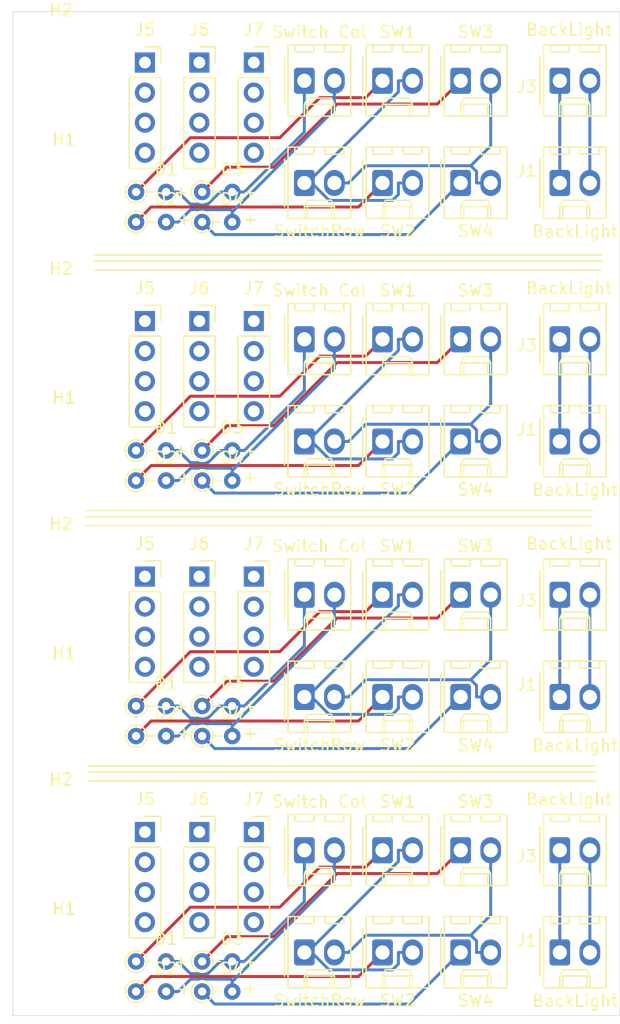
<source format=kicad_pcb>
(kicad_pcb (version 20171130) (host pcbnew "(5.1.5-0-10_14)")
  (layers (0 F.Cu signal) (31 B.Cu signal) (34 B.Paste user) (35 F.Paste user) (36 B.SilkS user) (37 F.SilkS user) (38 B.Mask user) (39 F.Mask user) (44 Edge.Cuts user))
  (net 0 "")
  (net 1 "Net-(D1-Pad2)")
  (net 2 "Net-(D1-Pad1)")
  (net 3 "Net-(D2-Pad2)")
  (net 4 "Net-(D3-Pad1)")
  (net 5 "Net-(J1-Pad2)")
  (net 6 "Net-(J1-Pad1)")
  (net 7 "Net-(J5-Pad4)")
  (net 8 "Net-(J5-Pad3)")
  (net 9 "Net-(J5-Pad2)")
  (net 10 "Net-(J5-Pad1)")
  (net 11 "Net-(J6-Pad4)")
  (net 12 "Net-(J6-Pad3)")
  (net 13 "Net-(J6-Pad2)")
  (net 14 "Net-(J6-Pad1)")
  (net 15 "Net-(J7-Pad4)")
  (net 16 "Net-(J7-Pad3)")
  (net 17 "Net-(J7-Pad2)")
  (net 18 "Net-(J7-Pad1)")
  (net 19 "Net-(D2-Pad1)")
  (net 20 "Net-(D4-Pad1)")
  (net 21 "Net-(J10-Pad2)")
  (net 22 "Net-(J4-Pad1)")
  (module PT_Library_v001:PT_R_Axial_DIN0204_L3.6mm_D1.6mm_P2.54mm_Vertical (layer F.Cu) (at 117.094 87.884)
    (fp_text reference D4 (at 2.54 -1.92) (layer F.SilkS))
    (fp_text value 1N4148)
    (pad 1 thru_hole circle (at 0 0) (size 1.4 1.4) (drill 0.7) (layers *.Cu *.Mask) (net 20 "Net-(D4-Pad1)"))
    (pad 2 thru_hole oval (at 2.54 0) (size 1.4 1.4) (drill 0.7) (layers *.Cu *.Mask) (net 3 "Net-(D2-Pad2)"))
  )
  (module PT_Library_v001:PT_R_Axial_DIN0204_L3.6mm_D1.6mm_P2.54mm_Vertical (layer F.Cu) (at 117.094 85.344)
    (fp_text reference D3 (at 2.54 -1.92) (layer F.SilkS))
    (fp_text value 1N4148)
    (pad 1 thru_hole circle (at 0 0) (size 1.4 1.4) (drill 0.7) (layers *.Cu *.Mask) (net 4 "Net-(D3-Pad1)"))
    (pad 2 thru_hole oval (at 2.54 0) (size 1.4 1.4) (drill 0.7) (layers *.Cu *.Mask) (net 1 "Net-(D1-Pad2)"))
  )
  (module PT_Library_v001:PT_R_Axial_DIN0204_L3.6mm_D1.6mm_P2.54mm_Vertical (layer F.Cu) (at 111.506 87.884)
    (fp_text reference D2 (at 2.54 -1.92) (layer F.SilkS))
    (fp_text value 1N4148)
    (pad 1 thru_hole circle (at 0 0) (size 1.4 1.4) (drill 0.7) (layers *.Cu *.Mask) (net 19 "Net-(D2-Pad1)"))
    (pad 2 thru_hole oval (at 2.54 0) (size 1.4 1.4) (drill 0.7) (layers *.Cu *.Mask) (net 3 "Net-(D2-Pad2)"))
  )
  (module PT_Library_v001:PT_R_Axial_DIN0204_L3.6mm_D1.6mm_P2.54mm_Vertical (layer F.Cu) (at 111.506 85.344)
    (fp_text reference D1 (at 2.54 -1.92) (layer F.SilkS))
    (fp_text value 1N4148)
    (pad 1 thru_hole circle (at 0 0) (size 1.4 1.4) (drill 0.7) (layers *.Cu *.Mask) (net 2 "Net-(D1-Pad1)"))
    (pad 2 thru_hole oval (at 2.54 0) (size 1.4 1.4) (drill 0.7) (layers *.Cu *.Mask) (net 1 "Net-(D1-Pad2)"))
  )
  (module PT_Library_v001:Molex_1x02_P2.54mm_Vertical (layer F.Cu) (at 138.938 84.582)
    (fp_text reference SW4 (at 1.27 4.064) (layer F.SilkS))
    (fp_text value SW4)
    (pad 2 thru_hole oval (at 2.54 0) (size 1.74 2.2) (drill 1.2) (layers *.Cu *.Mask) (net 21 "Net-(J10-Pad2)"))
    (pad 1 thru_hole roundrect (at 0 0) (size 1.74 2.2) (drill 1.2) (layers *.Cu *.Mask) (roundrect_rratio 0.143678) (net 20 "Net-(D4-Pad1)"))
  )
  (module PT_Library_v001:Molex_1x02_P2.54mm_Vertical (layer F.Cu) (at 138.938 75.946)
    (fp_text reference SW3 (at 1.27 -4.12) (layer F.SilkS))
    (fp_text value SW3)
    (pad 2 thru_hole oval (at 2.54 0) (size 1.74 2.2) (drill 1.2) (layers *.Cu *.Mask) (net 21 "Net-(J10-Pad2)"))
    (pad 1 thru_hole roundrect (at 0 0) (size 1.74 2.2) (drill 1.2) (layers *.Cu *.Mask) (roundrect_rratio 0.143678) (net 4 "Net-(D3-Pad1)"))
  )
  (module PT_Library_v001:Molex_1x02_P2.54mm_Vertical (layer F.Cu) (at 132.334 84.582)
    (fp_text reference SW2 (at 1.27 4.064) (layer F.SilkS))
    (fp_text value SW2)
    (pad 2 thru_hole oval (at 2.54 0) (size 1.74 2.2) (drill 1.2) (layers *.Cu *.Mask) (net 22 "Net-(J4-Pad1)"))
    (pad 1 thru_hole roundrect (at 0 0) (size 1.74 2.2) (drill 1.2) (layers *.Cu *.Mask) (roundrect_rratio 0.143678) (net 19 "Net-(D2-Pad1)"))
  )
  (module PT_Library_v001:Molex_1x02_P2.54mm_Vertical (layer F.Cu) (at 132.334 75.946)
    (fp_text reference SW1 (at 1.27 -4.12) (layer F.SilkS))
    (fp_text value SW1)
    (pad 2 thru_hole oval (at 2.54 0) (size 1.74 2.2) (drill 1.2) (layers *.Cu *.Mask) (net 22 "Net-(J4-Pad1)"))
    (pad 1 thru_hole roundrect (at 0 0) (size 1.74 2.2) (drill 1.2) (layers *.Cu *.Mask) (roundrect_rratio 0.143678) (net 2 "Net-(D1-Pad1)"))
  )
  (module Connector_PinSocket_2.54mm:PinSocket_1x04_P2.54mm_Vertical (layer F.Cu) (at 121.456 74.406)
    (fp_text reference J7 (at 0 -2.77) (layer F.SilkS))
    (fp_text value Conn_01x04_Female)
    (pad 4 thru_hole oval (at 0 7.62) (size 1.7 1.7) (drill 1) (layers *.Cu *.Mask) (net 15 "Net-(J7-Pad4)"))
    (pad 3 thru_hole oval (at 0 5.08) (size 1.7 1.7) (drill 1) (layers *.Cu *.Mask) (net 16 "Net-(J7-Pad3)"))
    (pad 2 thru_hole oval (at 0 2.54) (size 1.7 1.7) (drill 1) (layers *.Cu *.Mask) (net 17 "Net-(J7-Pad2)"))
    (pad 1 thru_hole rect (at 0 0) (size 1.7 1.7) (drill 1) (layers *.Cu *.Mask) (net 18 "Net-(J7-Pad1)"))
  )
  (module Connector_PinSocket_2.54mm:PinSocket_1x04_P2.54mm_Vertical (layer F.Cu) (at 116.856 74.406)
    (fp_text reference J6 (at 0 -2.77) (layer F.SilkS))
    (fp_text value Conn_01x04_Female)
    (pad 4 thru_hole oval (at 0 7.62) (size 1.7 1.7) (drill 1) (layers *.Cu *.Mask) (net 11 "Net-(J6-Pad4)"))
    (pad 3 thru_hole oval (at 0 5.08) (size 1.7 1.7) (drill 1) (layers *.Cu *.Mask) (net 12 "Net-(J6-Pad3)"))
    (pad 2 thru_hole oval (at 0 2.54) (size 1.7 1.7) (drill 1) (layers *.Cu *.Mask) (net 13 "Net-(J6-Pad2)"))
    (pad 1 thru_hole rect (at 0 0) (size 1.7 1.7) (drill 1) (layers *.Cu *.Mask) (net 14 "Net-(J6-Pad1)"))
  )
  (module Connector_PinSocket_2.54mm:PinSocket_1x04_P2.54mm_Vertical (layer F.Cu) (at 112.256 74.406)
    (fp_text reference J5 (at 0 -2.77) (layer F.SilkS))
    (fp_text value Conn_01x04_Female)
    (pad 4 thru_hole oval (at 0 7.62) (size 1.7 1.7) (drill 1) (layers *.Cu *.Mask) (net 7 "Net-(J5-Pad4)"))
    (pad 3 thru_hole oval (at 0 5.08) (size 1.7 1.7) (drill 1) (layers *.Cu *.Mask) (net 8 "Net-(J5-Pad3)"))
    (pad 2 thru_hole oval (at 0 2.54) (size 1.7 1.7) (drill 1) (layers *.Cu *.Mask) (net 9 "Net-(J5-Pad2)"))
    (pad 1 thru_hole rect (at 0 0) (size 1.7 1.7) (drill 1) (layers *.Cu *.Mask) (net 10 "Net-(J5-Pad1)"))
  )
  (module PT_Library_v001:Molex_1x02_P2.54mm_Vertical (layer F.Cu) (at 125.73 84.582)
    (fp_text reference SwitchRow (at 1.27 4.064) (layer F.SilkS))
    (fp_text value SwitchRow)
    (pad 2 thru_hole oval (at 2.54 0) (size 1.74 2.2) (drill 1.2) (layers *.Cu *.Mask) (net 21 "Net-(J10-Pad2)"))
    (pad 1 thru_hole roundrect (at 0 0) (size 1.74 2.2) (drill 1.2) (layers *.Cu *.Mask) (roundrect_rratio 0.143678) (net 22 "Net-(J4-Pad1)"))
  )
  (module PT_Library_v001:Molex_1x02_P2.54mm_Vertical (layer F.Cu) (at 147.32 75.946)
    (fp_text reference J3 (at -2.794 0.508) (layer F.SilkS))
    (fp_text value BackLight (at 0.762 -4.318) (layer F.SilkS))
    (pad 2 thru_hole oval (at 2.54 0) (size 1.74 2.2) (drill 1.2) (layers *.Cu *.Mask) (net 5 "Net-(J1-Pad2)"))
    (pad 1 thru_hole roundrect (at 0 0) (size 1.74 2.2) (drill 1.2) (layers *.Cu *.Mask) (roundrect_rratio 0.143678) (net 6 "Net-(J1-Pad1)"))
  )
  (module PT_Library_v001:Molex_1x02_P2.54mm_Vertical (layer F.Cu) (at 125.73 75.946)
    (fp_text reference "Switch Col" (at 1.27 -4.12) (layer F.SilkS))
    (fp_text value SwitchCol)
    (pad 2 thru_hole oval (at 2.54 0) (size 1.74 2.2) (drill 1.2) (layers *.Cu *.Mask) (net 3 "Net-(D2-Pad2)"))
    (pad 1 thru_hole roundrect (at 0 0) (size 1.74 2.2) (drill 1.2) (layers *.Cu *.Mask) (roundrect_rratio 0.143678) (net 1 "Net-(D1-Pad2)"))
  )
  (module PT_Library_v001:Molex_1x02_P2.54mm_Vertical (layer F.Cu) (at 147.32 84.582)
    (fp_text reference J1 (at -2.794 -1.016) (layer F.SilkS))
    (fp_text value BackLight (at 1.27 4.08) (layer F.SilkS))
    (pad 2 thru_hole oval (at 2.54 0) (size 1.74 2.2) (drill 1.2) (layers *.Cu *.Mask) (net 5 "Net-(J1-Pad2)"))
    (pad 1 thru_hole roundrect (at 0 0) (size 1.74 2.2) (drill 1.2) (layers *.Cu *.Mask) (roundrect_rratio 0.143678) (net 6 "Net-(J1-Pad1)"))
  )
  (module MountingHole:MountingHole_3.2mm_M3 (layer F.Cu) (at 105.156 74.168)
    (fp_text reference H2 (at 0 -4.2) (layer F.SilkS))
    (fp_text value MountingHole)
    (pad 1 np_thru_hole circle (at 0 0) (size 3.2 3.2) (drill 3.2) (layers *.Cu *.Mask))
  )
  (module MountingHole:MountingHole_3.2mm_M3 (layer F.Cu) (at 105.41 85.09)
    (fp_text reference H1 (at 0 -4.2) (layer F.SilkS))
    (fp_text value MountingHole)
    (pad 1 np_thru_hole circle (at 0 0) (size 3.2 3.2) (drill 3.2) (layers *.Cu *.Mask))
  )
  (module PT_Library_v001:PT_R_Axial_DIN0204_L3.6mm_D1.6mm_P2.54mm_Vertical (layer F.Cu) (at 117.094 109.728)
    (fp_text reference D4 (at 2.54 -1.92) (layer F.SilkS))
    (fp_text value 1N4148)
    (pad 1 thru_hole circle (at 0 0) (size 1.4 1.4) (drill 0.7) (layers *.Cu *.Mask) (net 20 "Net-(D4-Pad1)"))
    (pad 2 thru_hole oval (at 2.54 0) (size 1.4 1.4) (drill 0.7) (layers *.Cu *.Mask) (net 3 "Net-(D2-Pad2)"))
  )
  (module PT_Library_v001:PT_R_Axial_DIN0204_L3.6mm_D1.6mm_P2.54mm_Vertical (layer F.Cu) (at 117.094 107.188)
    (fp_text reference D3 (at 2.54 -1.92) (layer F.SilkS))
    (fp_text value 1N4148)
    (pad 1 thru_hole circle (at 0 0) (size 1.4 1.4) (drill 0.7) (layers *.Cu *.Mask) (net 4 "Net-(D3-Pad1)"))
    (pad 2 thru_hole oval (at 2.54 0) (size 1.4 1.4) (drill 0.7) (layers *.Cu *.Mask) (net 1 "Net-(D1-Pad2)"))
  )
  (module PT_Library_v001:PT_R_Axial_DIN0204_L3.6mm_D1.6mm_P2.54mm_Vertical (layer F.Cu) (at 111.506 109.728)
    (fp_text reference D2 (at 2.54 -1.92) (layer F.SilkS))
    (fp_text value 1N4148)
    (pad 1 thru_hole circle (at 0 0) (size 1.4 1.4) (drill 0.7) (layers *.Cu *.Mask) (net 19 "Net-(D2-Pad1)"))
    (pad 2 thru_hole oval (at 2.54 0) (size 1.4 1.4) (drill 0.7) (layers *.Cu *.Mask) (net 3 "Net-(D2-Pad2)"))
  )
  (module PT_Library_v001:PT_R_Axial_DIN0204_L3.6mm_D1.6mm_P2.54mm_Vertical (layer F.Cu) (at 111.506 107.188)
    (fp_text reference D1 (at 2.54 -1.92) (layer F.SilkS))
    (fp_text value 1N4148)
    (pad 1 thru_hole circle (at 0 0) (size 1.4 1.4) (drill 0.7) (layers *.Cu *.Mask) (net 2 "Net-(D1-Pad1)"))
    (pad 2 thru_hole oval (at 2.54 0) (size 1.4 1.4) (drill 0.7) (layers *.Cu *.Mask) (net 1 "Net-(D1-Pad2)"))
  )
  (module PT_Library_v001:Molex_1x02_P2.54mm_Vertical (layer F.Cu) (at 138.938 106.426)
    (fp_text reference SW4 (at 1.27 4.064) (layer F.SilkS))
    (fp_text value SW4)
    (pad 2 thru_hole oval (at 2.54 0) (size 1.74 2.2) (drill 1.2) (layers *.Cu *.Mask) (net 21 "Net-(J10-Pad2)"))
    (pad 1 thru_hole roundrect (at 0 0) (size 1.74 2.2) (drill 1.2) (layers *.Cu *.Mask) (roundrect_rratio 0.143678) (net 20 "Net-(D4-Pad1)"))
  )
  (module PT_Library_v001:Molex_1x02_P2.54mm_Vertical (layer F.Cu) (at 138.938 97.79)
    (fp_text reference SW3 (at 1.27 -4.12) (layer F.SilkS))
    (fp_text value SW3)
    (pad 2 thru_hole oval (at 2.54 0) (size 1.74 2.2) (drill 1.2) (layers *.Cu *.Mask) (net 21 "Net-(J10-Pad2)"))
    (pad 1 thru_hole roundrect (at 0 0) (size 1.74 2.2) (drill 1.2) (layers *.Cu *.Mask) (roundrect_rratio 0.143678) (net 4 "Net-(D3-Pad1)"))
  )
  (module PT_Library_v001:Molex_1x02_P2.54mm_Vertical (layer F.Cu) (at 132.334 106.426)
    (fp_text reference SW2 (at 1.27 4.064) (layer F.SilkS))
    (fp_text value SW2)
    (pad 2 thru_hole oval (at 2.54 0) (size 1.74 2.2) (drill 1.2) (layers *.Cu *.Mask) (net 22 "Net-(J4-Pad1)"))
    (pad 1 thru_hole roundrect (at 0 0) (size 1.74 2.2) (drill 1.2) (layers *.Cu *.Mask) (roundrect_rratio 0.143678) (net 19 "Net-(D2-Pad1)"))
  )
  (module PT_Library_v001:Molex_1x02_P2.54mm_Vertical (layer F.Cu) (at 132.334 97.79)
    (fp_text reference SW1 (at 1.27 -4.12) (layer F.SilkS))
    (fp_text value SW1)
    (pad 2 thru_hole oval (at 2.54 0) (size 1.74 2.2) (drill 1.2) (layers *.Cu *.Mask) (net 22 "Net-(J4-Pad1)"))
    (pad 1 thru_hole roundrect (at 0 0) (size 1.74 2.2) (drill 1.2) (layers *.Cu *.Mask) (roundrect_rratio 0.143678) (net 2 "Net-(D1-Pad1)"))
  )
  (module Connector_PinSocket_2.54mm:PinSocket_1x04_P2.54mm_Vertical (layer F.Cu) (at 121.456 96.25)
    (fp_text reference J7 (at 0 -2.77) (layer F.SilkS))
    (fp_text value Conn_01x04_Female)
    (pad 4 thru_hole oval (at 0 7.62) (size 1.7 1.7) (drill 1) (layers *.Cu *.Mask) (net 15 "Net-(J7-Pad4)"))
    (pad 3 thru_hole oval (at 0 5.08) (size 1.7 1.7) (drill 1) (layers *.Cu *.Mask) (net 16 "Net-(J7-Pad3)"))
    (pad 2 thru_hole oval (at 0 2.54) (size 1.7 1.7) (drill 1) (layers *.Cu *.Mask) (net 17 "Net-(J7-Pad2)"))
    (pad 1 thru_hole rect (at 0 0) (size 1.7 1.7) (drill 1) (layers *.Cu *.Mask) (net 18 "Net-(J7-Pad1)"))
  )
  (module Connector_PinSocket_2.54mm:PinSocket_1x04_P2.54mm_Vertical (layer F.Cu) (at 116.856 96.25)
    (fp_text reference J6 (at 0 -2.77) (layer F.SilkS))
    (fp_text value Conn_01x04_Female)
    (pad 4 thru_hole oval (at 0 7.62) (size 1.7 1.7) (drill 1) (layers *.Cu *.Mask) (net 11 "Net-(J6-Pad4)"))
    (pad 3 thru_hole oval (at 0 5.08) (size 1.7 1.7) (drill 1) (layers *.Cu *.Mask) (net 12 "Net-(J6-Pad3)"))
    (pad 2 thru_hole oval (at 0 2.54) (size 1.7 1.7) (drill 1) (layers *.Cu *.Mask) (net 13 "Net-(J6-Pad2)"))
    (pad 1 thru_hole rect (at 0 0) (size 1.7 1.7) (drill 1) (layers *.Cu *.Mask) (net 14 "Net-(J6-Pad1)"))
  )
  (module Connector_PinSocket_2.54mm:PinSocket_1x04_P2.54mm_Vertical (layer F.Cu) (at 112.256 96.25)
    (fp_text reference J5 (at 0 -2.77) (layer F.SilkS))
    (fp_text value Conn_01x04_Female)
    (pad 4 thru_hole oval (at 0 7.62) (size 1.7 1.7) (drill 1) (layers *.Cu *.Mask) (net 7 "Net-(J5-Pad4)"))
    (pad 3 thru_hole oval (at 0 5.08) (size 1.7 1.7) (drill 1) (layers *.Cu *.Mask) (net 8 "Net-(J5-Pad3)"))
    (pad 2 thru_hole oval (at 0 2.54) (size 1.7 1.7) (drill 1) (layers *.Cu *.Mask) (net 9 "Net-(J5-Pad2)"))
    (pad 1 thru_hole rect (at 0 0) (size 1.7 1.7) (drill 1) (layers *.Cu *.Mask) (net 10 "Net-(J5-Pad1)"))
  )
  (module PT_Library_v001:Molex_1x02_P2.54mm_Vertical (layer F.Cu) (at 125.73 106.426)
    (fp_text reference SwitchRow (at 1.27 4.064) (layer F.SilkS))
    (fp_text value SwitchRow)
    (pad 2 thru_hole oval (at 2.54 0) (size 1.74 2.2) (drill 1.2) (layers *.Cu *.Mask) (net 21 "Net-(J10-Pad2)"))
    (pad 1 thru_hole roundrect (at 0 0) (size 1.74 2.2) (drill 1.2) (layers *.Cu *.Mask) (roundrect_rratio 0.143678) (net 22 "Net-(J4-Pad1)"))
  )
  (module PT_Library_v001:Molex_1x02_P2.54mm_Vertical (layer F.Cu) (at 147.32 97.79)
    (fp_text reference J3 (at -2.794 0.508) (layer F.SilkS))
    (fp_text value BackLight (at 0.762 -4.318) (layer F.SilkS))
    (pad 2 thru_hole oval (at 2.54 0) (size 1.74 2.2) (drill 1.2) (layers *.Cu *.Mask) (net 5 "Net-(J1-Pad2)"))
    (pad 1 thru_hole roundrect (at 0 0) (size 1.74 2.2) (drill 1.2) (layers *.Cu *.Mask) (roundrect_rratio 0.143678) (net 6 "Net-(J1-Pad1)"))
  )
  (module PT_Library_v001:Molex_1x02_P2.54mm_Vertical (layer F.Cu) (at 125.73 97.79)
    (fp_text reference "Switch Col" (at 1.27 -4.12) (layer F.SilkS))
    (fp_text value SwitchCol)
    (pad 2 thru_hole oval (at 2.54 0) (size 1.74 2.2) (drill 1.2) (layers *.Cu *.Mask) (net 3 "Net-(D2-Pad2)"))
    (pad 1 thru_hole roundrect (at 0 0) (size 1.74 2.2) (drill 1.2) (layers *.Cu *.Mask) (roundrect_rratio 0.143678) (net 1 "Net-(D1-Pad2)"))
  )
  (module PT_Library_v001:Molex_1x02_P2.54mm_Vertical (layer F.Cu) (at 147.32 106.426)
    (fp_text reference J1 (at -2.794 -1.016) (layer F.SilkS))
    (fp_text value BackLight (at 1.27 4.08) (layer F.SilkS))
    (pad 2 thru_hole oval (at 2.54 0) (size 1.74 2.2) (drill 1.2) (layers *.Cu *.Mask) (net 5 "Net-(J1-Pad2)"))
    (pad 1 thru_hole roundrect (at 0 0) (size 1.74 2.2) (drill 1.2) (layers *.Cu *.Mask) (roundrect_rratio 0.143678) (net 6 "Net-(J1-Pad1)"))
  )
  (module MountingHole:MountingHole_3.2mm_M3 (layer F.Cu) (at 105.156 96.012)
    (fp_text reference H2 (at 0 -4.2) (layer F.SilkS))
    (fp_text value MountingHole)
    (pad 1 np_thru_hole circle (at 0 0) (size 3.2 3.2) (drill 3.2) (layers *.Cu *.Mask))
  )
  (module MountingHole:MountingHole_3.2mm_M3 (layer F.Cu) (at 105.41 106.934)
    (fp_text reference H1 (at 0 -4.2) (layer F.SilkS))
    (fp_text value MountingHole)
    (pad 1 np_thru_hole circle (at 0 0) (size 3.2 3.2) (drill 3.2) (layers *.Cu *.Mask))
  )
  (module PT_Library_v001:PT_R_Axial_DIN0204_L3.6mm_D1.6mm_P2.54mm_Vertical (layer F.Cu) (at 117.094 131.318)
    (fp_text reference D4 (at 2.54 -1.92) (layer F.SilkS))
    (fp_text value 1N4148)
    (pad 1 thru_hole circle (at 0 0) (size 1.4 1.4) (drill 0.7) (layers *.Cu *.Mask) (net 20 "Net-(D4-Pad1)"))
    (pad 2 thru_hole oval (at 2.54 0) (size 1.4 1.4) (drill 0.7) (layers *.Cu *.Mask) (net 3 "Net-(D2-Pad2)"))
  )
  (module PT_Library_v001:PT_R_Axial_DIN0204_L3.6mm_D1.6mm_P2.54mm_Vertical (layer F.Cu) (at 117.094 128.778)
    (fp_text reference D3 (at 2.54 -1.92) (layer F.SilkS))
    (fp_text value 1N4148)
    (pad 1 thru_hole circle (at 0 0) (size 1.4 1.4) (drill 0.7) (layers *.Cu *.Mask) (net 4 "Net-(D3-Pad1)"))
    (pad 2 thru_hole oval (at 2.54 0) (size 1.4 1.4) (drill 0.7) (layers *.Cu *.Mask) (net 1 "Net-(D1-Pad2)"))
  )
  (module PT_Library_v001:PT_R_Axial_DIN0204_L3.6mm_D1.6mm_P2.54mm_Vertical (layer F.Cu) (at 111.506 131.318)
    (fp_text reference D2 (at 2.54 -1.92) (layer F.SilkS))
    (fp_text value 1N4148)
    (pad 1 thru_hole circle (at 0 0) (size 1.4 1.4) (drill 0.7) (layers *.Cu *.Mask) (net 19 "Net-(D2-Pad1)"))
    (pad 2 thru_hole oval (at 2.54 0) (size 1.4 1.4) (drill 0.7) (layers *.Cu *.Mask) (net 3 "Net-(D2-Pad2)"))
  )
  (module PT_Library_v001:PT_R_Axial_DIN0204_L3.6mm_D1.6mm_P2.54mm_Vertical (layer F.Cu) (at 111.506 128.778)
    (fp_text reference D1 (at 2.54 -1.92) (layer F.SilkS))
    (fp_text value 1N4148)
    (pad 1 thru_hole circle (at 0 0) (size 1.4 1.4) (drill 0.7) (layers *.Cu *.Mask) (net 2 "Net-(D1-Pad1)"))
    (pad 2 thru_hole oval (at 2.54 0) (size 1.4 1.4) (drill 0.7) (layers *.Cu *.Mask) (net 1 "Net-(D1-Pad2)"))
  )
  (module PT_Library_v001:Molex_1x02_P2.54mm_Vertical (layer F.Cu) (at 138.938 128.016)
    (fp_text reference SW4 (at 1.27 4.064) (layer F.SilkS))
    (fp_text value SW4)
    (pad 2 thru_hole oval (at 2.54 0) (size 1.74 2.2) (drill 1.2) (layers *.Cu *.Mask) (net 21 "Net-(J10-Pad2)"))
    (pad 1 thru_hole roundrect (at 0 0) (size 1.74 2.2) (drill 1.2) (layers *.Cu *.Mask) (roundrect_rratio 0.143678) (net 20 "Net-(D4-Pad1)"))
  )
  (module PT_Library_v001:Molex_1x02_P2.54mm_Vertical (layer F.Cu) (at 138.938 119.38)
    (fp_text reference SW3 (at 1.27 -4.12) (layer F.SilkS))
    (fp_text value SW3)
    (pad 2 thru_hole oval (at 2.54 0) (size 1.74 2.2) (drill 1.2) (layers *.Cu *.Mask) (net 21 "Net-(J10-Pad2)"))
    (pad 1 thru_hole roundrect (at 0 0) (size 1.74 2.2) (drill 1.2) (layers *.Cu *.Mask) (roundrect_rratio 0.143678) (net 4 "Net-(D3-Pad1)"))
  )
  (module PT_Library_v001:Molex_1x02_P2.54mm_Vertical (layer F.Cu) (at 132.334 128.016)
    (fp_text reference SW2 (at 1.27 4.064) (layer F.SilkS))
    (fp_text value SW2)
    (pad 2 thru_hole oval (at 2.54 0) (size 1.74 2.2) (drill 1.2) (layers *.Cu *.Mask) (net 22 "Net-(J4-Pad1)"))
    (pad 1 thru_hole roundrect (at 0 0) (size 1.74 2.2) (drill 1.2) (layers *.Cu *.Mask) (roundrect_rratio 0.143678) (net 19 "Net-(D2-Pad1)"))
  )
  (module PT_Library_v001:Molex_1x02_P2.54mm_Vertical (layer F.Cu) (at 132.334 119.38)
    (fp_text reference SW1 (at 1.27 -4.12) (layer F.SilkS))
    (fp_text value SW1)
    (pad 2 thru_hole oval (at 2.54 0) (size 1.74 2.2) (drill 1.2) (layers *.Cu *.Mask) (net 22 "Net-(J4-Pad1)"))
    (pad 1 thru_hole roundrect (at 0 0) (size 1.74 2.2) (drill 1.2) (layers *.Cu *.Mask) (roundrect_rratio 0.143678) (net 2 "Net-(D1-Pad1)"))
  )
  (module Connector_PinSocket_2.54mm:PinSocket_1x04_P2.54mm_Vertical (layer F.Cu) (at 121.456 117.84)
    (fp_text reference J7 (at 0 -2.77) (layer F.SilkS))
    (fp_text value Conn_01x04_Female)
    (pad 4 thru_hole oval (at 0 7.62) (size 1.7 1.7) (drill 1) (layers *.Cu *.Mask) (net 15 "Net-(J7-Pad4)"))
    (pad 3 thru_hole oval (at 0 5.08) (size 1.7 1.7) (drill 1) (layers *.Cu *.Mask) (net 16 "Net-(J7-Pad3)"))
    (pad 2 thru_hole oval (at 0 2.54) (size 1.7 1.7) (drill 1) (layers *.Cu *.Mask) (net 17 "Net-(J7-Pad2)"))
    (pad 1 thru_hole rect (at 0 0) (size 1.7 1.7) (drill 1) (layers *.Cu *.Mask) (net 18 "Net-(J7-Pad1)"))
  )
  (module Connector_PinSocket_2.54mm:PinSocket_1x04_P2.54mm_Vertical (layer F.Cu) (at 116.856 117.84)
    (fp_text reference J6 (at 0 -2.77) (layer F.SilkS))
    (fp_text value Conn_01x04_Female)
    (pad 4 thru_hole oval (at 0 7.62) (size 1.7 1.7) (drill 1) (layers *.Cu *.Mask) (net 11 "Net-(J6-Pad4)"))
    (pad 3 thru_hole oval (at 0 5.08) (size 1.7 1.7) (drill 1) (layers *.Cu *.Mask) (net 12 "Net-(J6-Pad3)"))
    (pad 2 thru_hole oval (at 0 2.54) (size 1.7 1.7) (drill 1) (layers *.Cu *.Mask) (net 13 "Net-(J6-Pad2)"))
    (pad 1 thru_hole rect (at 0 0) (size 1.7 1.7) (drill 1) (layers *.Cu *.Mask) (net 14 "Net-(J6-Pad1)"))
  )
  (module Connector_PinSocket_2.54mm:PinSocket_1x04_P2.54mm_Vertical (layer F.Cu) (at 112.256 117.84)
    (fp_text reference J5 (at 0 -2.77) (layer F.SilkS))
    (fp_text value Conn_01x04_Female)
    (pad 4 thru_hole oval (at 0 7.62) (size 1.7 1.7) (drill 1) (layers *.Cu *.Mask) (net 7 "Net-(J5-Pad4)"))
    (pad 3 thru_hole oval (at 0 5.08) (size 1.7 1.7) (drill 1) (layers *.Cu *.Mask) (net 8 "Net-(J5-Pad3)"))
    (pad 2 thru_hole oval (at 0 2.54) (size 1.7 1.7) (drill 1) (layers *.Cu *.Mask) (net 9 "Net-(J5-Pad2)"))
    (pad 1 thru_hole rect (at 0 0) (size 1.7 1.7) (drill 1) (layers *.Cu *.Mask) (net 10 "Net-(J5-Pad1)"))
  )
  (module PT_Library_v001:Molex_1x02_P2.54mm_Vertical (layer F.Cu) (at 125.73 128.016)
    (fp_text reference SwitchRow (at 1.27 4.064) (layer F.SilkS))
    (fp_text value SwitchRow)
    (pad 2 thru_hole oval (at 2.54 0) (size 1.74 2.2) (drill 1.2) (layers *.Cu *.Mask) (net 21 "Net-(J10-Pad2)"))
    (pad 1 thru_hole roundrect (at 0 0) (size 1.74 2.2) (drill 1.2) (layers *.Cu *.Mask) (roundrect_rratio 0.143678) (net 22 "Net-(J4-Pad1)"))
  )
  (module PT_Library_v001:Molex_1x02_P2.54mm_Vertical (layer F.Cu) (at 147.32 119.38)
    (fp_text reference J3 (at -2.794 0.508) (layer F.SilkS))
    (fp_text value BackLight (at 0.762 -4.318) (layer F.SilkS))
    (pad 2 thru_hole oval (at 2.54 0) (size 1.74 2.2) (drill 1.2) (layers *.Cu *.Mask) (net 5 "Net-(J1-Pad2)"))
    (pad 1 thru_hole roundrect (at 0 0) (size 1.74 2.2) (drill 1.2) (layers *.Cu *.Mask) (roundrect_rratio 0.143678) (net 6 "Net-(J1-Pad1)"))
  )
  (module PT_Library_v001:Molex_1x02_P2.54mm_Vertical (layer F.Cu) (at 125.73 119.38)
    (fp_text reference "Switch Col" (at 1.27 -4.12) (layer F.SilkS))
    (fp_text value SwitchCol)
    (pad 2 thru_hole oval (at 2.54 0) (size 1.74 2.2) (drill 1.2) (layers *.Cu *.Mask) (net 3 "Net-(D2-Pad2)"))
    (pad 1 thru_hole roundrect (at 0 0) (size 1.74 2.2) (drill 1.2) (layers *.Cu *.Mask) (roundrect_rratio 0.143678) (net 1 "Net-(D1-Pad2)"))
  )
  (module PT_Library_v001:Molex_1x02_P2.54mm_Vertical (layer F.Cu) (at 147.32 128.016)
    (fp_text reference J1 (at -2.794 -1.016) (layer F.SilkS))
    (fp_text value BackLight (at 1.27 4.08) (layer F.SilkS))
    (pad 2 thru_hole oval (at 2.54 0) (size 1.74 2.2) (drill 1.2) (layers *.Cu *.Mask) (net 5 "Net-(J1-Pad2)"))
    (pad 1 thru_hole roundrect (at 0 0) (size 1.74 2.2) (drill 1.2) (layers *.Cu *.Mask) (roundrect_rratio 0.143678) (net 6 "Net-(J1-Pad1)"))
  )
  (module MountingHole:MountingHole_3.2mm_M3 (layer F.Cu) (at 105.156 117.602)
    (fp_text reference H2 (at 0 -4.2) (layer F.SilkS))
    (fp_text value MountingHole)
    (pad 1 np_thru_hole circle (at 0 0) (size 3.2 3.2) (drill 3.2) (layers *.Cu *.Mask))
  )
  (module MountingHole:MountingHole_3.2mm_M3 (layer F.Cu) (at 105.41 128.524)
    (fp_text reference H1 (at 0 -4.2) (layer F.SilkS))
    (fp_text value MountingHole)
    (pad 1 np_thru_hole circle (at 0 0) (size 3.2 3.2) (drill 3.2) (layers *.Cu *.Mask))
  )
  (module PT_Library_v001:PT_R_Axial_DIN0204_L3.6mm_D1.6mm_P2.54mm_Vertical (layer F.Cu) (at 117.094 152.908)
    (fp_text reference D4 (at 2.54 -1.92) (layer F.SilkS))
    (fp_text value 1N4148)
    (pad 1 thru_hole circle (at 0 0) (size 1.4 1.4) (drill 0.7) (layers *.Cu *.Mask) (net 20 "Net-(D4-Pad1)"))
    (pad 2 thru_hole oval (at 2.54 0) (size 1.4 1.4) (drill 0.7) (layers *.Cu *.Mask) (net 3 "Net-(D2-Pad2)"))
  )
  (module PT_Library_v001:PT_R_Axial_DIN0204_L3.6mm_D1.6mm_P2.54mm_Vertical (layer F.Cu) (at 117.094 150.368)
    (fp_text reference D3 (at 2.54 -1.92) (layer F.SilkS))
    (fp_text value 1N4148)
    (pad 1 thru_hole circle (at 0 0) (size 1.4 1.4) (drill 0.7) (layers *.Cu *.Mask) (net 4 "Net-(D3-Pad1)"))
    (pad 2 thru_hole oval (at 2.54 0) (size 1.4 1.4) (drill 0.7) (layers *.Cu *.Mask) (net 1 "Net-(D1-Pad2)"))
  )
  (module PT_Library_v001:PT_R_Axial_DIN0204_L3.6mm_D1.6mm_P2.54mm_Vertical (layer F.Cu) (at 111.506 152.908)
    (fp_text reference D2 (at 2.54 -1.92) (layer F.SilkS))
    (fp_text value 1N4148)
    (pad 1 thru_hole circle (at 0 0) (size 1.4 1.4) (drill 0.7) (layers *.Cu *.Mask) (net 19 "Net-(D2-Pad1)"))
    (pad 2 thru_hole oval (at 2.54 0) (size 1.4 1.4) (drill 0.7) (layers *.Cu *.Mask) (net 3 "Net-(D2-Pad2)"))
  )
  (module PT_Library_v001:PT_R_Axial_DIN0204_L3.6mm_D1.6mm_P2.54mm_Vertical (layer F.Cu) (at 111.506 150.368)
    (fp_text reference D1 (at 2.54 -1.92) (layer F.SilkS))
    (fp_text value 1N4148)
    (pad 1 thru_hole circle (at 0 0) (size 1.4 1.4) (drill 0.7) (layers *.Cu *.Mask) (net 2 "Net-(D1-Pad1)"))
    (pad 2 thru_hole oval (at 2.54 0) (size 1.4 1.4) (drill 0.7) (layers *.Cu *.Mask) (net 1 "Net-(D1-Pad2)"))
  )
  (module PT_Library_v001:Molex_1x02_P2.54mm_Vertical (layer F.Cu) (at 138.938 149.606)
    (fp_text reference SW4 (at 1.27 4.064) (layer F.SilkS))
    (fp_text value SW4)
    (pad 2 thru_hole oval (at 2.54 0) (size 1.74 2.2) (drill 1.2) (layers *.Cu *.Mask) (net 21 "Net-(J10-Pad2)"))
    (pad 1 thru_hole roundrect (at 0 0) (size 1.74 2.2) (drill 1.2) (layers *.Cu *.Mask) (roundrect_rratio 0.143678) (net 20 "Net-(D4-Pad1)"))
  )
  (module PT_Library_v001:Molex_1x02_P2.54mm_Vertical (layer F.Cu) (at 138.938 140.97)
    (fp_text reference SW3 (at 1.27 -4.12) (layer F.SilkS))
    (fp_text value SW3)
    (pad 2 thru_hole oval (at 2.54 0) (size 1.74 2.2) (drill 1.2) (layers *.Cu *.Mask) (net 21 "Net-(J10-Pad2)"))
    (pad 1 thru_hole roundrect (at 0 0) (size 1.74 2.2) (drill 1.2) (layers *.Cu *.Mask) (roundrect_rratio 0.143678) (net 4 "Net-(D3-Pad1)"))
  )
  (module PT_Library_v001:Molex_1x02_P2.54mm_Vertical (layer F.Cu) (at 132.334 149.606)
    (fp_text reference SW2 (at 1.27 4.064) (layer F.SilkS))
    (fp_text value SW2)
    (pad 2 thru_hole oval (at 2.54 0) (size 1.74 2.2) (drill 1.2) (layers *.Cu *.Mask) (net 22 "Net-(J4-Pad1)"))
    (pad 1 thru_hole roundrect (at 0 0) (size 1.74 2.2) (drill 1.2) (layers *.Cu *.Mask) (roundrect_rratio 0.143678) (net 19 "Net-(D2-Pad1)"))
  )
  (module PT_Library_v001:Molex_1x02_P2.54mm_Vertical (layer F.Cu) (at 132.334 140.97)
    (fp_text reference SW1 (at 1.27 -4.12) (layer F.SilkS))
    (fp_text value SW1)
    (pad 2 thru_hole oval (at 2.54 0) (size 1.74 2.2) (drill 1.2) (layers *.Cu *.Mask) (net 22 "Net-(J4-Pad1)"))
    (pad 1 thru_hole roundrect (at 0 0) (size 1.74 2.2) (drill 1.2) (layers *.Cu *.Mask) (roundrect_rratio 0.143678) (net 2 "Net-(D1-Pad1)"))
  )
  (module Connector_PinSocket_2.54mm:PinSocket_1x04_P2.54mm_Vertical (layer F.Cu) (at 121.456 139.43)
    (fp_text reference J7 (at 0 -2.77) (layer F.SilkS))
    (fp_text value Conn_01x04_Female)
    (pad 4 thru_hole oval (at 0 7.62) (size 1.7 1.7) (drill 1) (layers *.Cu *.Mask) (net 15 "Net-(J7-Pad4)"))
    (pad 3 thru_hole oval (at 0 5.08) (size 1.7 1.7) (drill 1) (layers *.Cu *.Mask) (net 16 "Net-(J7-Pad3)"))
    (pad 2 thru_hole oval (at 0 2.54) (size 1.7 1.7) (drill 1) (layers *.Cu *.Mask) (net 17 "Net-(J7-Pad2)"))
    (pad 1 thru_hole rect (at 0 0) (size 1.7 1.7) (drill 1) (layers *.Cu *.Mask) (net 18 "Net-(J7-Pad1)"))
  )
  (module Connector_PinSocket_2.54mm:PinSocket_1x04_P2.54mm_Vertical (layer F.Cu) (at 116.856 139.43)
    (fp_text reference J6 (at 0 -2.77) (layer F.SilkS))
    (fp_text value Conn_01x04_Female)
    (pad 4 thru_hole oval (at 0 7.62) (size 1.7 1.7) (drill 1) (layers *.Cu *.Mask) (net 11 "Net-(J6-Pad4)"))
    (pad 3 thru_hole oval (at 0 5.08) (size 1.7 1.7) (drill 1) (layers *.Cu *.Mask) (net 12 "Net-(J6-Pad3)"))
    (pad 2 thru_hole oval (at 0 2.54) (size 1.7 1.7) (drill 1) (layers *.Cu *.Mask) (net 13 "Net-(J6-Pad2)"))
    (pad 1 thru_hole rect (at 0 0) (size 1.7 1.7) (drill 1) (layers *.Cu *.Mask) (net 14 "Net-(J6-Pad1)"))
  )
  (module Connector_PinSocket_2.54mm:PinSocket_1x04_P2.54mm_Vertical (layer F.Cu) (at 112.256 139.43)
    (fp_text reference J5 (at 0 -2.77) (layer F.SilkS))
    (fp_text value Conn_01x04_Female)
    (pad 4 thru_hole oval (at 0 7.62) (size 1.7 1.7) (drill 1) (layers *.Cu *.Mask) (net 7 "Net-(J5-Pad4)"))
    (pad 3 thru_hole oval (at 0 5.08) (size 1.7 1.7) (drill 1) (layers *.Cu *.Mask) (net 8 "Net-(J5-Pad3)"))
    (pad 2 thru_hole oval (at 0 2.54) (size 1.7 1.7) (drill 1) (layers *.Cu *.Mask) (net 9 "Net-(J5-Pad2)"))
    (pad 1 thru_hole rect (at 0 0) (size 1.7 1.7) (drill 1) (layers *.Cu *.Mask) (net 10 "Net-(J5-Pad1)"))
  )
  (module PT_Library_v001:Molex_1x02_P2.54mm_Vertical (layer F.Cu) (at 125.73 149.606)
    (fp_text reference SwitchRow (at 1.27 4.064) (layer F.SilkS))
    (fp_text value SwitchRow)
    (pad 2 thru_hole oval (at 2.54 0) (size 1.74 2.2) (drill 1.2) (layers *.Cu *.Mask) (net 21 "Net-(J10-Pad2)"))
    (pad 1 thru_hole roundrect (at 0 0) (size 1.74 2.2) (drill 1.2) (layers *.Cu *.Mask) (roundrect_rratio 0.143678) (net 22 "Net-(J4-Pad1)"))
  )
  (module PT_Library_v001:Molex_1x02_P2.54mm_Vertical (layer F.Cu) (at 147.32 140.97)
    (fp_text reference J3 (at -2.794 0.508) (layer F.SilkS))
    (fp_text value BackLight (at 0.762 -4.318) (layer F.SilkS))
    (pad 2 thru_hole oval (at 2.54 0) (size 1.74 2.2) (drill 1.2) (layers *.Cu *.Mask) (net 5 "Net-(J1-Pad2)"))
    (pad 1 thru_hole roundrect (at 0 0) (size 1.74 2.2) (drill 1.2) (layers *.Cu *.Mask) (roundrect_rratio 0.143678) (net 6 "Net-(J1-Pad1)"))
  )
  (module PT_Library_v001:Molex_1x02_P2.54mm_Vertical (layer F.Cu) (at 125.73 140.97)
    (fp_text reference "Switch Col" (at 1.27 -4.12) (layer F.SilkS))
    (fp_text value SwitchCol)
    (pad 2 thru_hole oval (at 2.54 0) (size 1.74 2.2) (drill 1.2) (layers *.Cu *.Mask) (net 3 "Net-(D2-Pad2)"))
    (pad 1 thru_hole roundrect (at 0 0) (size 1.74 2.2) (drill 1.2) (layers *.Cu *.Mask) (roundrect_rratio 0.143678) (net 1 "Net-(D1-Pad2)"))
  )
  (module PT_Library_v001:Molex_1x02_P2.54mm_Vertical (layer F.Cu) (at 147.32 149.606)
    (fp_text reference J1 (at -2.794 -1.016) (layer F.SilkS))
    (fp_text value BackLight (at 1.27 4.08) (layer F.SilkS))
    (pad 2 thru_hole oval (at 2.54 0) (size 1.74 2.2) (drill 1.2) (layers *.Cu *.Mask) (net 5 "Net-(J1-Pad2)"))
    (pad 1 thru_hole roundrect (at 0 0) (size 1.74 2.2) (drill 1.2) (layers *.Cu *.Mask) (roundrect_rratio 0.143678) (net 6 "Net-(J1-Pad1)"))
  )
  (module MountingHole:MountingHole_3.2mm_M3 (layer F.Cu) (at 105.156 139.192)
    (fp_text reference H2 (at 0 -4.2) (layer F.SilkS))
    (fp_text value MountingHole)
    (pad 1 np_thru_hole circle (at 0 0) (size 3.2 3.2) (drill 3.2) (layers *.Cu *.Mask))
  )
  (module MountingHole:MountingHole_3.2mm_M3 (layer F.Cu) (at 105.41 150.114)
    (fp_text reference H1 (at 0 -4.2) (layer F.SilkS))
    (fp_text value MountingHole)
    (pad 1 np_thru_hole circle (at 0 0) (size 3.2 3.2) (drill 3.2) (layers *.Cu *.Mask))
  )
  (gr_line (start 101.092 154.94) (end 101.092 70.104) (layer Edge.Cuts) (width 0.05))
  (gr_line (start 152.4 154.94) (end 101.092 154.94) (layer Edge.Cuts) (width 0.05))
  (gr_line (start 152.4 70.104) (end 152.4 154.94) (layer Edge.Cuts) (width 0.05))
  (gr_line (start 150.876 91.948) (end 107.95 91.948) (layer F.SilkS) (width 0.12))
  (gr_line (start 150.876 90.678) (end 107.95 90.678) (layer F.SilkS) (width 0.12))
  (gr_line (start 150.876 91.186) (end 107.95 91.186) (layer F.SilkS) (width 0.12))
  (gr_line (start 150.114 113.538) (end 107.188 113.538) (layer F.SilkS) (width 0.12))
  (gr_line (start 150.114 112.268) (end 107.188 112.268) (layer F.SilkS) (width 0.12))
  (gr_line (start 150.114 112.776) (end 107.188 112.776) (layer F.SilkS) (width 0.12))
  (gr_line (start 150.368 134.366) (end 107.442 134.366) (layer F.SilkS) (width 0.12))
  (gr_line (start 150.368 133.858) (end 107.442 133.858) (layer F.SilkS) (width 0.12))
  (gr_line (start 150.368 135.128) (end 107.442 135.128) (layer F.SilkS) (width 0.12))
  (gr_text + (at 115.57 87.63) (layer F.SilkS) (effects (font (size 1 1))))
  (gr_text + (at 115.316 85.344) (layer F.SilkS) (effects (font (size 1 1))))
  (gr_text + (at 121.158 85.344) (layer F.SilkS) (effects (font (size 1 1))))
  (gr_text + (at 121.158 87.63) (layer F.SilkS) (effects (font (size 1 1))))
  (gr_line (start 152.4 70.104) (end 101.092 70.104) (layer Edge.Cuts) (width 0.05))
  (gr_text + (at 115.57 109.474) (layer F.SilkS) (effects (font (size 1 1))))
  (gr_text + (at 115.316 107.188) (layer F.SilkS) (effects (font (size 1 1))))
  (gr_text + (at 121.158 107.188) (layer F.SilkS) (effects (font (size 1 1))))
  (gr_text + (at 121.158 109.474) (layer F.SilkS) (effects (font (size 1 1))))
  (gr_text + (at 115.57 131.064) (layer F.SilkS) (effects (font (size 1 1))))
  (gr_text + (at 115.316 128.778) (layer F.SilkS) (effects (font (size 1 1))))
  (gr_text + (at 121.158 128.778) (layer F.SilkS) (effects (font (size 1 1))))
  (gr_text + (at 121.158 131.064) (layer F.SilkS) (effects (font (size 1 1))))
  (gr_text + (at 115.57 152.654) (layer F.SilkS) (effects (font (size 1 1))))
  (gr_text + (at 115.316 150.368) (layer F.SilkS) (effects (font (size 1 1))))
  (gr_text + (at 121.158 150.368) (layer F.SilkS) (effects (font (size 1 1))))
  (gr_text + (at 121.158 152.654) (layer F.SilkS) (effects (font (size 1 1))))
  (segment (start 125.73 75.946) (end 125.73 80.2733) (width 0.25) (layer B.Cu) (net 1))
  (segment (start 125.73 80.2733) (end 120.6593 85.344) (width 0.25) (layer B.Cu) (net 1))
  (segment (start 119.634 85.344) (end 118.6087 85.344) (width 0.25) (layer B.Cu) (net 1))
  (segment (start 114.046 85.344) (end 115.0713 85.344) (width 0.25) (layer B.Cu) (net 1))
  (segment (start 115.0713 85.344) (end 116.0966 86.3693) (width 0.25) (layer B.Cu) (net 1))
  (segment (start 116.0966 86.3693) (end 117.5834 86.3693) (width 0.25) (layer B.Cu) (net 1))
  (segment (start 117.5834 86.3693) (end 118.6087 85.344) (width 0.25) (layer B.Cu) (net 1))
  (segment (start 119.634 85.344) (end 120.6593 85.344) (width 0.25) (layer B.Cu) (net 1))
  (segment (start 125.73 97.79) (end 125.73 102.1173) (width 0.25) (layer B.Cu) (net 1))
  (segment (start 125.73 102.1173) (end 120.6593 107.188) (width 0.25) (layer B.Cu) (net 1))
  (segment (start 119.634 107.188) (end 118.6087 107.188) (width 0.25) (layer B.Cu) (net 1))
  (segment (start 114.046 107.188) (end 115.0713 107.188) (width 0.25) (layer B.Cu) (net 1))
  (segment (start 115.0713 107.188) (end 116.0966 108.2133) (width 0.25) (layer B.Cu) (net 1))
  (segment (start 116.0966 108.2133) (end 117.5834 108.2133) (width 0.25) (layer B.Cu) (net 1))
  (segment (start 117.5834 108.2133) (end 118.6087 107.188) (width 0.25) (layer B.Cu) (net 1))
  (segment (start 119.634 107.188) (end 120.6593 107.188) (width 0.25) (layer B.Cu) (net 1))
  (segment (start 125.73 119.38) (end 125.73 123.7073) (width 0.25) (layer B.Cu) (net 1))
  (segment (start 125.73 123.7073) (end 120.6593 128.778) (width 0.25) (layer B.Cu) (net 1))
  (segment (start 119.634 128.778) (end 118.6087 128.778) (width 0.25) (layer B.Cu) (net 1))
  (segment (start 114.046 128.778) (end 115.0713 128.778) (width 0.25) (layer B.Cu) (net 1))
  (segment (start 115.0713 128.778) (end 116.0966 129.8033) (width 0.25) (layer B.Cu) (net 1))
  (segment (start 116.0966 129.8033) (end 117.5834 129.8033) (width 0.25) (layer B.Cu) (net 1))
  (segment (start 117.5834 129.8033) (end 118.6087 128.778) (width 0.25) (layer B.Cu) (net 1))
  (segment (start 119.634 128.778) (end 120.6593 128.778) (width 0.25) (layer B.Cu) (net 1))
  (segment (start 125.73 140.97) (end 125.73 145.2973) (width 0.25) (layer B.Cu) (net 1))
  (segment (start 125.73 145.2973) (end 120.6593 150.368) (width 0.25) (layer B.Cu) (net 1))
  (segment (start 119.634 150.368) (end 118.6087 150.368) (width 0.25) (layer B.Cu) (net 1))
  (segment (start 114.046 150.368) (end 115.0713 150.368) (width 0.25) (layer B.Cu) (net 1))
  (segment (start 115.0713 150.368) (end 116.0966 151.3933) (width 0.25) (layer B.Cu) (net 1))
  (segment (start 116.0966 151.3933) (end 117.5834 151.3933) (width 0.25) (layer B.Cu) (net 1))
  (segment (start 117.5834 151.3933) (end 118.6087 150.368) (width 0.25) (layer B.Cu) (net 1))
  (segment (start 119.634 150.368) (end 120.6593 150.368) (width 0.25) (layer B.Cu) (net 1))
  (segment (start 132.334 75.946) (end 130.9077 77.3723) (width 0.25) (layer F.Cu) (net 2))
  (segment (start 130.9077 77.3723) (end 127.0392 77.3723) (width 0.25) (layer F.Cu) (net 2))
  (segment (start 127.0392 77.3723) (end 123.6555 80.756) (width 0.25) (layer F.Cu) (net 2))
  (segment (start 123.6555 80.756) (end 116.094 80.756) (width 0.25) (layer F.Cu) (net 2))
  (segment (start 116.094 80.756) (end 111.506 85.344) (width 0.25) (layer F.Cu) (net 2))
  (segment (start 132.334 97.79) (end 130.9077 99.2163) (width 0.25) (layer F.Cu) (net 2))
  (segment (start 130.9077 99.2163) (end 127.0392 99.2163) (width 0.25) (layer F.Cu) (net 2))
  (segment (start 127.0392 99.2163) (end 123.6555 102.6) (width 0.25) (layer F.Cu) (net 2))
  (segment (start 123.6555 102.6) (end 116.094 102.6) (width 0.25) (layer F.Cu) (net 2))
  (segment (start 116.094 102.6) (end 111.506 107.188) (width 0.25) (layer F.Cu) (net 2))
  (segment (start 132.334 119.38) (end 130.9077 120.8063) (width 0.25) (layer F.Cu) (net 2))
  (segment (start 130.9077 120.8063) (end 127.0392 120.8063) (width 0.25) (layer F.Cu) (net 2))
  (segment (start 127.0392 120.8063) (end 123.6555 124.19) (width 0.25) (layer F.Cu) (net 2))
  (segment (start 123.6555 124.19) (end 116.094 124.19) (width 0.25) (layer F.Cu) (net 2))
  (segment (start 116.094 124.19) (end 111.506 128.778) (width 0.25) (layer F.Cu) (net 2))
  (segment (start 132.334 140.97) (end 130.9077 142.3963) (width 0.25) (layer F.Cu) (net 2))
  (segment (start 130.9077 142.3963) (end 127.0392 142.3963) (width 0.25) (layer F.Cu) (net 2))
  (segment (start 127.0392 142.3963) (end 123.6555 145.78) (width 0.25) (layer F.Cu) (net 2))
  (segment (start 123.6555 145.78) (end 116.094 145.78) (width 0.25) (layer F.Cu) (net 2))
  (segment (start 116.094 145.78) (end 111.506 150.368) (width 0.25) (layer F.Cu) (net 2))
  (segment (start 128.27 75.946) (end 128.27 78.4045) (width 0.25) (layer B.Cu) (net 3))
  (segment (start 128.27 78.4045) (end 119.7207 86.9538) (width 0.25) (layer B.Cu) (net 3))
  (segment (start 119.7207 86.9538) (end 119.634 86.9538) (width 0.25) (layer B.Cu) (net 3))
  (segment (start 114.046 87.884) (end 115.0713 87.884) (width 0.25) (layer B.Cu) (net 3))
  (segment (start 119.634 87.884) (end 119.634 86.9538) (width 0.25) (layer B.Cu) (net 3))
  (segment (start 115.0713 87.884) (end 116.1161 86.8392) (width 0.25) (layer B.Cu) (net 3))
  (segment (start 116.1161 86.8392) (end 119.5194 86.8392) (width 0.25) (layer B.Cu) (net 3))
  (segment (start 119.5194 86.8392) (end 119.634 86.9538) (width 0.25) (layer B.Cu) (net 3))
  (segment (start 128.27 97.79) (end 128.27 100.2485) (width 0.25) (layer B.Cu) (net 3))
  (segment (start 128.27 100.2485) (end 119.7207 108.7978) (width 0.25) (layer B.Cu) (net 3))
  (segment (start 119.7207 108.7978) (end 119.634 108.7978) (width 0.25) (layer B.Cu) (net 3))
  (segment (start 114.046 109.728) (end 115.0713 109.728) (width 0.25) (layer B.Cu) (net 3))
  (segment (start 119.634 109.728) (end 119.634 108.7978) (width 0.25) (layer B.Cu) (net 3))
  (segment (start 115.0713 109.728) (end 116.1161 108.6832) (width 0.25) (layer B.Cu) (net 3))
  (segment (start 116.1161 108.6832) (end 119.5194 108.6832) (width 0.25) (layer B.Cu) (net 3))
  (segment (start 119.5194 108.6832) (end 119.634 108.7978) (width 0.25) (layer B.Cu) (net 3))
  (segment (start 128.27 119.38) (end 128.27 121.8385) (width 0.25) (layer B.Cu) (net 3))
  (segment (start 128.27 121.8385) (end 119.7207 130.3878) (width 0.25) (layer B.Cu) (net 3))
  (segment (start 119.7207 130.3878) (end 119.634 130.3878) (width 0.25) (layer B.Cu) (net 3))
  (segment (start 114.046 131.318) (end 115.0713 131.318) (width 0.25) (layer B.Cu) (net 3))
  (segment (start 119.634 131.318) (end 119.634 130.3878) (width 0.25) (layer B.Cu) (net 3))
  (segment (start 115.0713 131.318) (end 116.1161 130.2732) (width 0.25) (layer B.Cu) (net 3))
  (segment (start 116.1161 130.2732) (end 119.5194 130.2732) (width 0.25) (layer B.Cu) (net 3))
  (segment (start 119.5194 130.2732) (end 119.634 130.3878) (width 0.25) (layer B.Cu) (net 3))
  (segment (start 128.27 140.97) (end 128.27 143.4285) (width 0.25) (layer B.Cu) (net 3))
  (segment (start 128.27 143.4285) (end 119.7207 151.9778) (width 0.25) (layer B.Cu) (net 3))
  (segment (start 119.7207 151.9778) (end 119.634 151.9778) (width 0.25) (layer B.Cu) (net 3))
  (segment (start 114.046 152.908) (end 115.0713 152.908) (width 0.25) (layer B.Cu) (net 3))
  (segment (start 119.634 152.908) (end 119.634 151.9778) (width 0.25) (layer B.Cu) (net 3))
  (segment (start 115.0713 152.908) (end 116.1161 151.8632) (width 0.25) (layer B.Cu) (net 3))
  (segment (start 116.1161 151.8632) (end 119.5194 151.8632) (width 0.25) (layer B.Cu) (net 3))
  (segment (start 119.5194 151.8632) (end 119.634 151.9778) (width 0.25) (layer B.Cu) (net 3))
  (segment (start 117.094 85.344) (end 119.1907 83.2473) (width 0.25) (layer F.Cu) (net 4))
  (segment (start 119.1907 83.2473) (end 123.1576 83.2473) (width 0.25) (layer F.Cu) (net 4))
  (segment (start 123.1576 83.2473) (end 128.4924 77.9125) (width 0.25) (layer F.Cu) (net 4))
  (segment (start 128.4924 77.9125) (end 136.9715 77.9125) (width 0.25) (layer F.Cu) (net 4))
  (segment (start 136.9715 77.9125) (end 138.938 75.946) (width 0.25) (layer F.Cu) (net 4))
  (segment (start 117.094 107.188) (end 119.1907 105.0913) (width 0.25) (layer F.Cu) (net 4))
  (segment (start 119.1907 105.0913) (end 123.1576 105.0913) (width 0.25) (layer F.Cu) (net 4))
  (segment (start 123.1576 105.0913) (end 128.4924 99.7565) (width 0.25) (layer F.Cu) (net 4))
  (segment (start 128.4924 99.7565) (end 136.9715 99.7565) (width 0.25) (layer F.Cu) (net 4))
  (segment (start 136.9715 99.7565) (end 138.938 97.79) (width 0.25) (layer F.Cu) (net 4))
  (segment (start 117.094 128.778) (end 119.1907 126.6813) (width 0.25) (layer F.Cu) (net 4))
  (segment (start 119.1907 126.6813) (end 123.1576 126.6813) (width 0.25) (layer F.Cu) (net 4))
  (segment (start 123.1576 126.6813) (end 128.4924 121.3465) (width 0.25) (layer F.Cu) (net 4))
  (segment (start 128.4924 121.3465) (end 136.9715 121.3465) (width 0.25) (layer F.Cu) (net 4))
  (segment (start 136.9715 121.3465) (end 138.938 119.38) (width 0.25) (layer F.Cu) (net 4))
  (segment (start 117.094 150.368) (end 119.1907 148.2713) (width 0.25) (layer F.Cu) (net 4))
  (segment (start 119.1907 148.2713) (end 123.1576 148.2713) (width 0.25) (layer F.Cu) (net 4))
  (segment (start 123.1576 148.2713) (end 128.4924 142.9365) (width 0.25) (layer F.Cu) (net 4))
  (segment (start 128.4924 142.9365) (end 136.9715 142.9365) (width 0.25) (layer F.Cu) (net 4))
  (segment (start 136.9715 142.9365) (end 138.938 140.97) (width 0.25) (layer F.Cu) (net 4))
  (segment (start 149.86 84.582) (end 149.86 75.946) (width 0.25) (layer B.Cu) (net 5))
  (segment (start 149.86 106.426) (end 149.86 97.79) (width 0.25) (layer B.Cu) (net 5))
  (segment (start 149.86 128.016) (end 149.86 119.38) (width 0.25) (layer B.Cu) (net 5))
  (segment (start 149.86 149.606) (end 149.86 140.97) (width 0.25) (layer B.Cu) (net 5))
  (segment (start 147.32 84.582) (end 147.32 75.946) (width 0.25) (layer B.Cu) (net 6))
  (segment (start 147.32 106.426) (end 147.32 97.79) (width 0.25) (layer B.Cu) (net 6))
  (segment (start 147.32 128.016) (end 147.32 119.38) (width 0.25) (layer B.Cu) (net 6))
  (segment (start 147.32 149.606) (end 147.32 140.97) (width 0.25) (layer B.Cu) (net 6))
  (segment (start 132.334 84.582) (end 130.302 86.614) (width 0.25) (layer F.Cu) (net 19))
  (segment (start 130.302 86.614) (end 112.776 86.614) (width 0.25) (layer F.Cu) (net 19))
  (segment (start 112.776 86.614) (end 111.506 87.884) (width 0.25) (layer F.Cu) (net 19))
  (segment (start 132.334 106.426) (end 130.302 108.458) (width 0.25) (layer F.Cu) (net 19))
  (segment (start 130.302 108.458) (end 112.776 108.458) (width 0.25) (layer F.Cu) (net 19))
  (segment (start 112.776 108.458) (end 111.506 109.728) (width 0.25) (layer F.Cu) (net 19))
  (segment (start 132.334 128.016) (end 130.302 130.048) (width 0.25) (layer F.Cu) (net 19))
  (segment (start 130.302 130.048) (end 112.776 130.048) (width 0.25) (layer F.Cu) (net 19))
  (segment (start 112.776 130.048) (end 111.506 131.318) (width 0.25) (layer F.Cu) (net 19))
  (segment (start 132.334 149.606) (end 130.302 151.638) (width 0.25) (layer F.Cu) (net 19))
  (segment (start 130.302 151.638) (end 112.776 151.638) (width 0.25) (layer F.Cu) (net 19))
  (segment (start 112.776 151.638) (end 111.506 152.908) (width 0.25) (layer F.Cu) (net 19))
  (segment (start 138.938 84.582) (end 134.5776 88.9424) (width 0.25) (layer B.Cu) (net 20))
  (segment (start 134.5776 88.9424) (end 118.1524 88.9424) (width 0.25) (layer B.Cu) (net 20))
  (segment (start 118.1524 88.9424) (end 117.094 87.884) (width 0.25) (layer B.Cu) (net 20))
  (segment (start 138.938 106.426) (end 134.5776 110.7864) (width 0.25) (layer B.Cu) (net 20))
  (segment (start 134.5776 110.7864) (end 118.1524 110.7864) (width 0.25) (layer B.Cu) (net 20))
  (segment (start 118.1524 110.7864) (end 117.094 109.728) (width 0.25) (layer B.Cu) (net 20))
  (segment (start 138.938 128.016) (end 134.5776 132.3764) (width 0.25) (layer B.Cu) (net 20))
  (segment (start 134.5776 132.3764) (end 118.1524 132.3764) (width 0.25) (layer B.Cu) (net 20))
  (segment (start 118.1524 132.3764) (end 117.094 131.318) (width 0.25) (layer B.Cu) (net 20))
  (segment (start 138.938 149.606) (end 134.5776 153.9664) (width 0.25) (layer B.Cu) (net 20))
  (segment (start 134.5776 153.9664) (end 118.1524 153.9664) (width 0.25) (layer B.Cu) (net 20))
  (segment (start 118.1524 153.9664) (end 117.094 152.908) (width 0.25) (layer B.Cu) (net 20))
  (segment (start 139.7977 83.1258) (end 140.2827 83.6108) (width 0.25) (layer B.Cu) (net 21))
  (segment (start 140.2827 83.6108) (end 140.2827 84.582) (width 0.25) (layer B.Cu) (net 21))
  (segment (start 129.4653 84.582) (end 130.9215 83.1258) (width 0.25) (layer B.Cu) (net 21))
  (segment (start 130.9215 83.1258) (end 139.7977 83.1258) (width 0.25) (layer B.Cu) (net 21))
  (segment (start 141.478 75.946) (end 141.478 81.4455) (width 0.25) (layer B.Cu) (net 21))
  (segment (start 141.478 81.4455) (end 139.7977 83.1258) (width 0.25) (layer B.Cu) (net 21))
  (segment (start 141.478 84.582) (end 140.2827 84.582) (width 0.25) (layer B.Cu) (net 21))
  (segment (start 128.27 84.582) (end 129.4653 84.582) (width 0.25) (layer B.Cu) (net 21))
  (segment (start 139.7977 104.9698) (end 140.2827 105.4548) (width 0.25) (layer B.Cu) (net 21))
  (segment (start 140.2827 105.4548) (end 140.2827 106.426) (width 0.25) (layer B.Cu) (net 21))
  (segment (start 129.4653 106.426) (end 130.9215 104.9698) (width 0.25) (layer B.Cu) (net 21))
  (segment (start 130.9215 104.9698) (end 139.7977 104.9698) (width 0.25) (layer B.Cu) (net 21))
  (segment (start 141.478 97.79) (end 141.478 103.2895) (width 0.25) (layer B.Cu) (net 21))
  (segment (start 141.478 103.2895) (end 139.7977 104.9698) (width 0.25) (layer B.Cu) (net 21))
  (segment (start 141.478 106.426) (end 140.2827 106.426) (width 0.25) (layer B.Cu) (net 21))
  (segment (start 128.27 106.426) (end 129.4653 106.426) (width 0.25) (layer B.Cu) (net 21))
  (segment (start 139.7977 126.5598) (end 140.2827 127.0448) (width 0.25) (layer B.Cu) (net 21))
  (segment (start 140.2827 127.0448) (end 140.2827 128.016) (width 0.25) (layer B.Cu) (net 21))
  (segment (start 129.4653 128.016) (end 130.9215 126.5598) (width 0.25) (layer B.Cu) (net 21))
  (segment (start 130.9215 126.5598) (end 139.7977 126.5598) (width 0.25) (layer B.Cu) (net 21))
  (segment (start 141.478 119.38) (end 141.478 124.8795) (width 0.25) (layer B.Cu) (net 21))
  (segment (start 141.478 124.8795) (end 139.7977 126.5598) (width 0.25) (layer B.Cu) (net 21))
  (segment (start 141.478 128.016) (end 140.2827 128.016) (width 0.25) (layer B.Cu) (net 21))
  (segment (start 128.27 128.016) (end 129.4653 128.016) (width 0.25) (layer B.Cu) (net 21))
  (segment (start 139.7977 148.1498) (end 140.2827 148.6348) (width 0.25) (layer B.Cu) (net 21))
  (segment (start 140.2827 148.6348) (end 140.2827 149.606) (width 0.25) (layer B.Cu) (net 21))
  (segment (start 129.4653 149.606) (end 130.9215 148.1498) (width 0.25) (layer B.Cu) (net 21))
  (segment (start 130.9215 148.1498) (end 139.7977 148.1498) (width 0.25) (layer B.Cu) (net 21))
  (segment (start 141.478 140.97) (end 141.478 146.4695) (width 0.25) (layer B.Cu) (net 21))
  (segment (start 141.478 146.4695) (end 139.7977 148.1498) (width 0.25) (layer B.Cu) (net 21))
  (segment (start 141.478 149.606) (end 140.2827 149.606) (width 0.25) (layer B.Cu) (net 21))
  (segment (start 128.27 149.606) (end 129.4653 149.606) (width 0.25) (layer B.Cu) (net 21))
  (segment (start 134.874 84.582) (end 133.6787 84.582) (width 0.25) (layer B.Cu) (net 22))
  (segment (start 126.1667 84.3993) (end 127.8223 86.0549) (width 0.25) (layer B.Cu) (net 22))
  (segment (start 127.8223 86.0549) (end 133.177 86.0549) (width 0.25) (layer B.Cu) (net 22))
  (segment (start 133.177 86.0549) (end 133.6787 85.5532) (width 0.25) (layer B.Cu) (net 22))
  (segment (start 133.6787 85.5532) (end 133.6787 84.582) (width 0.25) (layer B.Cu) (net 22))
  (segment (start 126.1667 84.3993) (end 125.984 84.582) (width 0.25) (layer B.Cu) (net 22))
  (segment (start 125.984 84.582) (end 125.73 84.582) (width 0.25) (layer B.Cu) (net 22))
  (segment (start 133.6787 75.946) (end 133.6787 76.8873) (width 0.25) (layer B.Cu) (net 22))
  (segment (start 133.6787 76.8873) (end 126.1667 84.3993) (width 0.25) (layer B.Cu) (net 22))
  (segment (start 134.874 75.946) (end 133.6787 75.946) (width 0.25) (layer B.Cu) (net 22))
  (segment (start 134.874 106.426) (end 133.6787 106.426) (width 0.25) (layer B.Cu) (net 22))
  (segment (start 126.1667 106.2433) (end 127.8223 107.8989) (width 0.25) (layer B.Cu) (net 22))
  (segment (start 127.8223 107.8989) (end 133.177 107.8989) (width 0.25) (layer B.Cu) (net 22))
  (segment (start 133.177 107.8989) (end 133.6787 107.3972) (width 0.25) (layer B.Cu) (net 22))
  (segment (start 133.6787 107.3972) (end 133.6787 106.426) (width 0.25) (layer B.Cu) (net 22))
  (segment (start 126.1667 106.2433) (end 125.984 106.426) (width 0.25) (layer B.Cu) (net 22))
  (segment (start 125.984 106.426) (end 125.73 106.426) (width 0.25) (layer B.Cu) (net 22))
  (segment (start 133.6787 97.79) (end 133.6787 98.7313) (width 0.25) (layer B.Cu) (net 22))
  (segment (start 133.6787 98.7313) (end 126.1667 106.2433) (width 0.25) (layer B.Cu) (net 22))
  (segment (start 134.874 97.79) (end 133.6787 97.79) (width 0.25) (layer B.Cu) (net 22))
  (segment (start 134.874 128.016) (end 133.6787 128.016) (width 0.25) (layer B.Cu) (net 22))
  (segment (start 126.1667 127.8333) (end 127.8223 129.4889) (width 0.25) (layer B.Cu) (net 22))
  (segment (start 127.8223 129.4889) (end 133.177 129.4889) (width 0.25) (layer B.Cu) (net 22))
  (segment (start 133.177 129.4889) (end 133.6787 128.9872) (width 0.25) (layer B.Cu) (net 22))
  (segment (start 133.6787 128.9872) (end 133.6787 128.016) (width 0.25) (layer B.Cu) (net 22))
  (segment (start 126.1667 127.8333) (end 125.984 128.016) (width 0.25) (layer B.Cu) (net 22))
  (segment (start 125.984 128.016) (end 125.73 128.016) (width 0.25) (layer B.Cu) (net 22))
  (segment (start 133.6787 119.38) (end 133.6787 120.3213) (width 0.25) (layer B.Cu) (net 22))
  (segment (start 133.6787 120.3213) (end 126.1667 127.8333) (width 0.25) (layer B.Cu) (net 22))
  (segment (start 134.874 119.38) (end 133.6787 119.38) (width 0.25) (layer B.Cu) (net 22))
  (segment (start 134.874 149.606) (end 133.6787 149.606) (width 0.25) (layer B.Cu) (net 22))
  (segment (start 126.1667 149.4233) (end 127.8223 151.0789) (width 0.25) (layer B.Cu) (net 22))
  (segment (start 127.8223 151.0789) (end 133.177 151.0789) (width 0.25) (layer B.Cu) (net 22))
  (segment (start 133.177 151.0789) (end 133.6787 150.5772) (width 0.25) (layer B.Cu) (net 22))
  (segment (start 133.6787 150.5772) (end 133.6787 149.606) (width 0.25) (layer B.Cu) (net 22))
  (segment (start 126.1667 149.4233) (end 125.984 149.606) (width 0.25) (layer B.Cu) (net 22))
  (segment (start 125.984 149.606) (end 125.73 149.606) (width 0.25) (layer B.Cu) (net 22))
  (segment (start 133.6787 140.97) (end 133.6787 141.9113) (width 0.25) (layer B.Cu) (net 22))
  (segment (start 133.6787 141.9113) (end 126.1667 149.4233) (width 0.25) (layer B.Cu) (net 22))
  (segment (start 134.874 140.97) (end 133.6787 140.97) (width 0.25) (layer B.Cu) (net 22))
)
</source>
